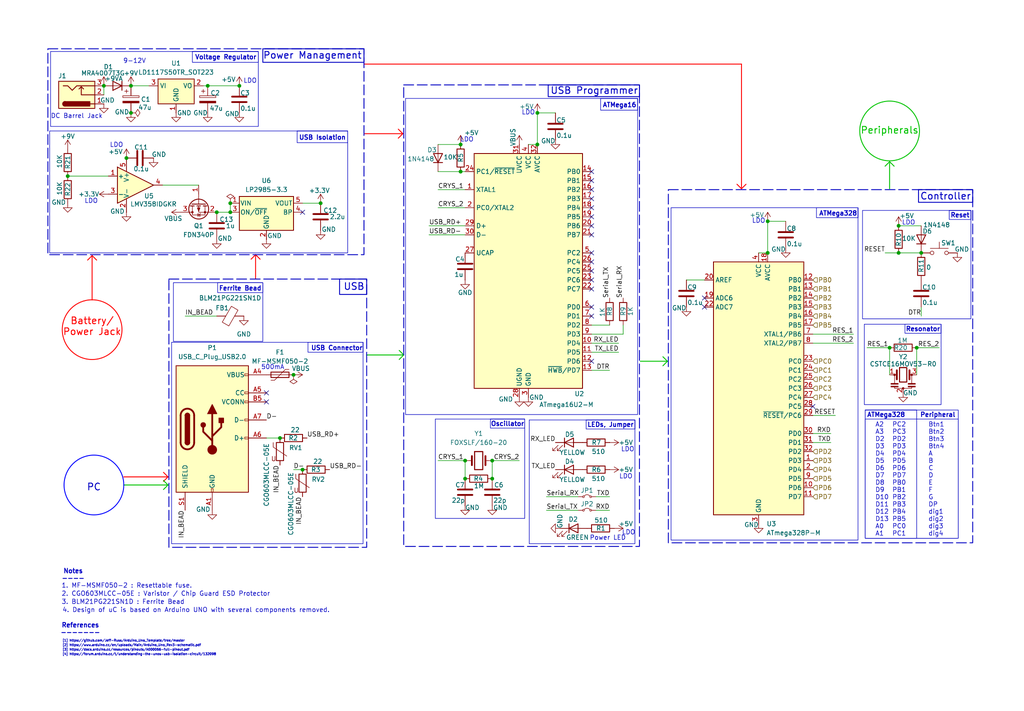
<source format=kicad_sch>
(kicad_sch (version 20231120) (generator "eeschema") (generator_version "8.0")
  (paper "User" 288 200)
  (title_block (title "uC") (date "2024-12-08") (rev "2.0") (company "Bandung Institute of Technology (ITB)") (comment 1 "Bostang Palaguna") (comment 2 "Designed by:"))
  (lib_symbols
    (symbol "Amplifier_Operational:LMV321" (pin_names (offset 0.127))
      (property "Reference" "U" (at 0 5.08 0))
      (property "Value" "LMV321" (at 0 -5.08 0))
      (symbol "LMV321_0_1"
        (pin power_in line (at -2.54 -7.62 90) (length 3.81) (name "V-") (number "2"))
        (pin power_in line (at -2.54 7.62 270) (length 3.81) (name "V+") (number "5"))
      )
      (symbol "LMV321_1_1"
        (pin input line (at -7.62 2.54 0) (length 2.54) (name "+") (number "1"))
        (pin input line (at -7.62 -2.54 0) (length 2.54) (name "-") (number "3"))
        (pin output line (at 7.62 0 180) (length 2.54) (name "~") (number "4"))
      )
    )
    (symbol "Connector:Barrel_Jack_Switch_Pin3Ring" (pin_names hide)
      (property "Reference" "J" (at 0 5.334 0))
      (property "Value" "Barrel_Jack_Switch_Pin3Ring" (at 0 -5.08 0))
      (symbol "Barrel_Jack_Switch_Pin3Ring_1_1"
        (pin passive line (at 7.62 2.54 180) (length 2.54) (name "~") (number "1"))
        (pin passive line (at 7.62 0 180) (length 2.54) (name "~") (number "2"))
        (pin passive line (at 7.62 -2.54 180) (length 2.54) (name "~") (number "3"))
      )
    )
    (symbol "Connector:USB_C_Plug_USB2.0" (pin_names (offset 1.016))
      (property "Reference" "P" (at -10.16 19.05 0))
      (property "Value" "USB_C_Plug_USB2.0" (at 12.7 19.05 0))
      (symbol "USB_C_Plug_USB2.0_1_1"
        (pin passive line (at 0 -22.86 90) (length 5.08) (name "GND") (number "A1"))
        (pin passive line (at 0 -22.86 90) (length 5.08) hide (name "GND") (number "A12"))
        (pin passive line (at 15.24 15.24 180) (length 5.08) (name "VBUS") (number "A4"))
        (pin bidirectional line (at 15.24 10.16 180) (length 5.08) (name "CC") (number "A5"))
        (pin bidirectional line (at 15.24 -2.54 180) (length 5.08) (name "D+") (number "A6"))
        (pin bidirectional line (at 15.24 2.54 180) (length 5.08) (name "D-") (number "A7"))
        (pin passive line (at 15.24 15.24 180) (length 5.08) hide (name "VBUS") (number "A9"))
        (pin passive line (at 0 -22.86 90) (length 5.08) hide (name "GND") (number "B1"))
        (pin passive line (at 0 -22.86 90) (length 5.08) hide (name "GND") (number "B12"))
        (pin passive line (at 15.24 15.24 180) (length 5.08) hide (name "VBUS") (number "B4"))
        (pin bidirectional line (at 15.24 7.62 180) (length 5.08) (name "VCONN") (number "B5"))
        (pin passive line (at 15.24 15.24 180) (length 5.08) hide (name "VBUS") (number "B9"))
        (pin passive line (at -7.62 -22.86 90) (length 5.08) (name "SHIELD") (number "S1"))
      )
    )
    (symbol "Device:C" (pin_numbers hide) (pin_names (offset 0.254))
      (property "Reference" "C" (at 0.635 2.54 0))
      (property "Value" "C" (at 0.635 -2.54 0))
      (symbol "C_1_1"
        (pin passive line (at 0 3.81 270) (length 2.794) (name "~") (number "1"))
        (pin passive line (at 0 -3.81 90) (length 2.794) (name "~") (number "2"))
      )
    )
    (symbol "Device:C_Polarized" (pin_numbers hide) (pin_names (offset 0.254))
      (property "Reference" "C" (at 0.635 2.54 0))
      (property "Value" "C_Polarized" (at 0.635 -2.54 0))
      (symbol "C_Polarized_1_1"
        (pin passive line (at 0 3.81 270) (length 2.794) (name "~") (number "1"))
        (pin passive line (at 0 -3.81 90) (length 2.794) (name "~") (number "2"))
      )
    )
    (symbol "Device:Crystal" (pin_numbers hide) (pin_names (offset 1.016) hide)
      (property "Reference" "Y" (at 0 3.81 0))
      (property "Value" "Crystal" (at 0 -3.81 0))
      (symbol "Crystal_1_1"
        (pin passive line (at -3.81 0 0) (length 1.27) (name "1") (number "1"))
        (pin passive line (at 3.81 0 180) (length 1.27) (name "2") (number "2"))
      )
    )
    (symbol "Device:D" (pin_numbers hide) (pin_names (offset 1.016) hide)
      (property "Reference" "D" (at 0 2.54 0))
      (property "Value" "D" (at 0 -2.54 0))
      (symbol "D_1_1"
        (pin passive line (at -3.81 0 0) (length 2.54) (name "K") (number "1"))
        (pin passive line (at 3.81 0 180) (length 2.54) (name "A") (number "2"))
      )
    )
    (symbol "Device:FerriteBead" (pin_numbers hide) (pin_names (offset 0))
      (property "Reference" "FB" (at -3.81 0.635 90))
      (property "Value" "FerriteBead" (at 3.81 0 90))
      (symbol "FerriteBead_1_1"
        (pin passive line (at 0 3.81 270) (length 2.54) (name "~") (number "1"))
        (pin passive line (at 0 -3.81 90) (length 2.54) (name "~") (number "2"))
      )
    )
    (symbol "Device:LED" (pin_numbers hide) (pin_names (offset 1.016) hide)
      (property "Reference" "D" (at 0 2.54 0))
      (property "Value" "LED" (at 0 -2.54 0))
      (symbol "LED_1_1"
        (pin passive line (at -3.81 0 0) (length 2.54) (name "K") (number "1"))
        (pin passive line (at 3.81 0 180) (length 2.54) (name "A") (number "2"))
      )
    )
    (symbol "Device:Polyfuse" (pin_numbers hide) (pin_names (offset 0))
      (property "Reference" "F" (at -2.54 0 90))
      (property "Value" "Polyfuse" (at 2.54 0 90))
      (symbol "Polyfuse_1_1"
        (pin passive line (at 0 3.81 270) (length 1.27) (name "~") (number "1"))
        (pin passive line (at 0 -3.81 90) (length 1.27) (name "~") (number "2"))
      )
    )
    (symbol "Device:R" (pin_numbers hide) (pin_names (offset 0))
      (property "Reference" "R" (at 2.032 0 90))
      (property "Value" "R" (at 0 0 90))
      (symbol "R_1_1"
        (pin passive line (at 0 3.81 270) (length 1.27) (name "~") (number "1"))
        (pin passive line (at 0 -3.81 90) (length 1.27) (name "~") (number "2"))
      )
    )
    (symbol "Device:Resonator" (pin_names (offset 1.016) hide)
      (property "Reference" "Y" (at 0 5.715 0))
      (property "Value" "Resonator" (at 0 3.81 0))
      (symbol "Resonator_1_1"
        (pin passive line (at -3.81 0 0) (length 1.27) (name "1") (number "1"))
        (pin passive line (at 0 -5.08 90) (length 1.27) (name "2") (number "2"))
        (pin passive line (at 3.81 0 180) (length 1.27) (name "3") (number "3"))
      )
    )
    (symbol "Device:Varistor" (pin_numbers hide) (pin_names (offset 0))
      (property "Reference" "RV" (at 3.175 0 90))
      (property "Value" "Varistor" (at -3.175 0 90))
      (symbol "Varistor_0_0"
        (text "U" (at -1.778 -2.032 0) (effects (font (size 1.27 1.27))))
      )
      (symbol "Varistor_1_1"
        (pin passive line (at 0 3.81 270) (length 1.27) (name "~") (number "1"))
        (pin passive line (at 0 -3.81 90) (length 1.27) (name "~") (number "2"))
      )
    )
    (symbol "Diode:1N4148" (pin_numbers hide) (pin_names hide)
      (property "Reference" "D" (at 0 2.54 0))
      (property "Value" "1N4148" (at 0 -2.54 0))
      (symbol "1N4148_1_1"
        (pin passive line (at -3.81 0 0) (length 2.54) (name "K") (number "1"))
        (pin passive line (at 3.81 0 180) (length 2.54) (name "A") (number "2"))
      )
    )
    (symbol "Jumper:Jumper_2_Small_Bridged" (pin_numbers hide) (pin_names (offset 0) hide) (exclude_from_sim yes)
      (property "Reference" "JP" (at 0 2.032 0))
      (property "Value" "Jumper_2_Small_Bridged" (at 0 -2.286 0))
      (symbol "Jumper_2_Small_Bridged_1_1"
        (pin passive line (at -2.54 0 0) (length 1.27) (name "A") (number "1"))
        (pin passive line (at 2.54 0 180) (length 1.27) (name "B") (number "2"))
      )
    )
    (symbol "MCU_Microchip_ATmega:ATmega16U2-M"
      (property "Reference" "U" (at -15.24 34.29 0))
      (property "Value" "ATmega16U2-M" (at 2.54 -34.29 0))
      (symbol "ATmega16U2-M_1_1"
        (pin input line (at -17.78 22.86 0) (length 2.54) (name "XTAL1") (number "1"))
        (pin bidirectional line (at 17.78 -20.32 180) (length 2.54) (name "PD4") (number "10"))
        (pin bidirectional line (at 17.78 -22.86 180) (length 2.54) (name "PD5") (number "11"))
        (pin bidirectional line (at 17.78 -25.4 180) (length 2.54) (name "PD6") (number "12"))
        (pin bidirectional line (at 17.78 -27.94 180) (length 2.54) (name "~{HWB}/PD7") (number "13"))
        (pin bidirectional line (at 17.78 27.94 180) (length 2.54) (name "PB0") (number "14"))
        (pin bidirectional line (at 17.78 25.4 180) (length 2.54) (name "PB1") (number "15"))
        (pin bidirectional line (at 17.78 22.86 180) (length 2.54) (name "PB2") (number "16"))
        (pin bidirectional line (at 17.78 20.32 180) (length 2.54) (name "PB3") (number "17"))
        (pin bidirectional line (at 17.78 17.78 180) (length 2.54) (name "PB4") (number "18"))
        (pin bidirectional line (at 17.78 15.24 180) (length 2.54) (name "PB5") (number "19"))
        (pin bidirectional line (at -17.78 17.78 0) (length 2.54) (name "PC0/XTAL2") (number "2"))
        (pin bidirectional line (at 17.78 12.7 180) (length 2.54) (name "PB6") (number "20"))
        (pin bidirectional line (at 17.78 10.16 180) (length 2.54) (name "PB7") (number "21"))
        (pin bidirectional line (at 17.78 -5.08 180) (length 2.54) (name "PC7") (number "22"))
        (pin bidirectional line (at 17.78 -2.54 180) (length 2.54) (name "PC6") (number "23"))
        (pin bidirectional line (at -17.78 27.94 0) (length 2.54) (name "PC1/~{RESET}") (number "24"))
        (pin bidirectional line (at 17.78 0 180) (length 2.54) (name "PC5") (number "25"))
        (pin bidirectional line (at 17.78 2.54 180) (length 2.54) (name "PC4") (number "26"))
        (pin passive line (at -17.78 5.08 0) (length 2.54) (name "UCAP") (number "27"))
        (pin power_in line (at -2.54 -35.56 90) (length 2.54) (name "UGND") (number "28"))
        (pin bidirectional line (at -17.78 12.7 0) (length 2.54) (name "D+") (number "29"))
        (pin power_in line (at 0 -35.56 90) (length 2.54) (name "GND") (number "3"))
        (pin bidirectional line (at -17.78 10.16 0) (length 2.54) (name "D-") (number "30"))
        (pin power_in line (at -2.54 35.56 270) (length 2.54) (name "UVCC") (number "31"))
        (pin power_in line (at 2.54 35.56 270) (length 2.54) (name "AVCC") (number "32"))
        (pin passive line (at 0 -35.56 90) (length 2.54) hide (name "GND") (number "33"))
        (pin power_in line (at 0 35.56 270) (length 2.54) (name "VCC") (number "4"))
        (pin bidirectional line (at 17.78 5.08 180) (length 2.54) (name "PC2") (number "5"))
        (pin bidirectional line (at 17.78 -10.16 180) (length 2.54) (name "PD0") (number "6"))
        (pin bidirectional line (at 17.78 -12.7 180) (length 2.54) (name "PD1") (number "7"))
        (pin bidirectional line (at 17.78 -15.24 180) (length 2.54) (name "PD2") (number "8"))
        (pin bidirectional line (at 17.78 -17.78 180) (length 2.54) (name "PD3") (number "9"))
      )
    )
    (symbol "MCU_Microchip_ATmega:ATmega328P-M"
      (property "Reference" "U" (at -12.7 36.83 0))
      (property "Value" "ATmega328P-M" (at 2.54 -36.83 0))
      (symbol "ATmega328P-M_1_1"
        (pin bidirectional line (at 15.24 -20.32 180) (length 2.54) (name "PD3") (number "1"))
        (pin bidirectional line (at 15.24 -27.94 180) (length 2.54) (name "PD6") (number "10"))
        (pin bidirectional line (at 15.24 -30.48 180) (length 2.54) (name "PD7") (number "11"))
        (pin bidirectional line (at 15.24 30.48 180) (length 2.54) (name "PB0") (number "12"))
        (pin bidirectional line (at 15.24 27.94 180) (length 2.54) (name "PB1") (number "13"))
        (pin bidirectional line (at 15.24 25.4 180) (length 2.54) (name "PB2") (number "14"))
        (pin bidirectional line (at 15.24 22.86 180) (length 2.54) (name "PB3") (number "15"))
        (pin bidirectional line (at 15.24 20.32 180) (length 2.54) (name "PB4") (number "16"))
        (pin bidirectional line (at 15.24 17.78 180) (length 2.54) (name "PB5") (number "17"))
        (pin power_in line (at 2.54 38.1 270) (length 2.54) (name "AVCC") (number "18"))
        (pin input line (at -15.24 25.4 0) (length 2.54) (name "ADC6") (number "19"))
        (pin bidirectional line (at 15.24 -22.86 180) (length 2.54) (name "PD4") (number "2"))
        (pin passive line (at -15.24 30.48 0) (length 2.54) (name "AREF") (number "20"))
        (pin passive line (at 0 -38.1 90) (length 2.54) hide (name "GND") (number "21"))
        (pin input line (at -15.24 22.86 0) (length 2.54) (name "ADC7") (number "22"))
        (pin bidirectional line (at 15.24 7.62 180) (length 2.54) (name "PC0") (number "23"))
        (pin bidirectional line (at 15.24 5.08 180) (length 2.54) (name "PC1") (number "24"))
        (pin bidirectional line (at 15.24 2.54 180) (length 2.54) (name "PC2") (number "25"))
        (pin bidirectional line (at 15.24 0 180) (length 2.54) (name "PC3") (number "26"))
        (pin bidirectional line (at 15.24 -2.54 180) (length 2.54) (name "PC4") (number "27"))
        (pin bidirectional line (at 15.24 -5.08 180) (length 2.54) (name "PC5") (number "28"))
        (pin bidirectional line (at 15.24 -7.62 180) (length 2.54) (name "~{RESET}/PC6") (number "29"))
        (pin power_in line (at 0 -38.1 90) (length 2.54) (name "GND") (number "3"))
        (pin bidirectional line (at 15.24 -12.7 180) (length 2.54) (name "PD0") (number "30"))
        (pin bidirectional line (at 15.24 -15.24 180) (length 2.54) (name "PD1") (number "31"))
        (pin bidirectional line (at 15.24 -17.78 180) (length 2.54) (name "PD2") (number "32"))
        (pin passive line (at 0 -38.1 90) (length 2.54) hide (name "GND") (number "33"))
        (pin power_in line (at 0 38.1 270) (length 2.54) (name "VCC") (number "4"))
        (pin passive line (at 0 -38.1 90) (length 2.54) hide (name "GND") (number "5"))
        (pin passive line (at 0 38.1 270) (length 2.54) hide (name "VCC") (number "6"))
        (pin bidirectional line (at 15.24 15.24 180) (length 2.54) (name "XTAL1/PB6") (number "7"))
        (pin bidirectional line (at 15.24 12.7 180) (length 2.54) (name "XTAL2/PB7") (number "8"))
        (pin bidirectional line (at 15.24 -25.4 180) (length 2.54) (name "PD5") (number "9"))
      )
    )
    (symbol "Regulator_Linear:LD1117S50TR_SOT223"
      (property "Reference" "U" (at -3.81 3.175 0))
      (property "Value" "LD1117S50TR_SOT223" (at 0 3.175 0))
      (symbol "LD1117S50TR_SOT223_1_1"
        (pin power_in line (at 0 -7.62 90) (length 2.54) (name "GND") (number "1"))
        (pin power_out line (at 7.62 0 180) (length 2.54) (name "VO") (number "2"))
        (pin power_in line (at -7.62 0 0) (length 2.54) (name "VI") (number "3"))
      )
    )
    (symbol "Regulator_Linear:LP2985-3.3" (pin_names (offset 0.254))
      (property "Reference" "U" (at -6.35 5.715 0))
      (property "Value" "LP2985-3.3" (at 0 5.715 0))
      (symbol "LP2985-3.3_1_1"
        (pin power_in line (at -10.16 2.54 0) (length 2.54) (name "VIN") (number "1"))
        (pin power_in line (at 0 -7.62 90) (length 2.54) (name "GND") (number "2"))
        (pin input line (at -10.16 0 0) (length 2.54) (name "ON/~{OFF}") (number "3"))
        (pin input line (at 10.16 0 180) (length 2.54) (name "BP") (number "4"))
        (pin power_out line (at 10.16 2.54 180) (length 2.54) (name "VOUT") (number "5"))
      )
    )
    (symbol "Switch:SW_Push" (pin_numbers hide) (pin_names (offset 1.016) hide)
      (property "Reference" "SW" (at 1.27 2.54 0))
      (property "Value" "SW_Push" (at 0 -1.524 0))
      (symbol "SW_Push_0_1"
        (pin passive line (at -5.08 0 0) (length 2.54) (name "1") (number "1"))
        (pin passive line (at 5.08 0 180) (length 2.54) (name "2") (number "2"))
      )
    )
    (symbol "Transistor_FET:FDN340P" (pin_names hide)
      (property "Reference" "Q" (at 5.08 1.905 0))
      (property "Value" "FDN340P" (at 5.08 0 0))
      (symbol "FDN340P_1_1"
        (pin input line (at -5.08 0 0) (length 2.54) (name "G") (number "1"))
        (pin passive line (at 2.54 -5.08 90) (length 2.54) (name "S") (number "2"))
        (pin passive line (at 2.54 5.08 270) (length 2.54) (name "D") (number "3"))
      )
    )
    (symbol "power:+3.3V" (power) (pin_numbers hide) (pin_names (offset 0) hide)
      (property "Value" "+3.3V" (at 0 3.556 0))
      (symbol "+3.3V_1_1"
        (pin power_in line (at 0 0 90) (length 0) (name "~") (number "1"))
      )
    )
    (symbol "power:+5V" (power) (pin_numbers hide) (pin_names (offset 0) hide)
      (property "Value" "+5V" (at 0 3.556 0))
      (symbol "+5V_1_1"
        (pin power_in line (at 0 0 90) (length 0) (name "~") (number "1"))
      )
    )
    (symbol "power:+9V" (power) (pin_numbers hide) (pin_names (offset 0) hide)
      (property "Value" "+9V" (at 0 3.556 0))
      (symbol "+9V_1_1"
        (pin power_in line (at 0 0 90) (length 0) (name "~") (number "1"))
      )
    )
    (symbol "power:+9VA" (power) (pin_numbers hide) (pin_names (offset 0) hide)
      (property "Value" "+9VA" (at 0 3.556 0))
      (symbol "+9VA_1_1"
        (pin power_in line (at 0 0 90) (length 0) (name "~") (number "1"))
      )
    )
    (symbol "power:GND" (power) (pin_numbers hide) (pin_names (offset 0) hide)
      (property "Value" "GND" (at 0 -3.81 0))
      (symbol "GND_1_1"
        (pin power_in line (at 0 0 270) (length 0) (name "~") (number "1"))
      )
    )
    (symbol "power:PWR_FLAG" (power) (pin_numbers hide) (pin_names (offset 0) hide)
      (property "Value" "PWR_FLAG" (at 0 3.81 0))
      (symbol "PWR_FLAG_0_0"
        (pin power_out line (at 0 0 90) (length 0) (name "~") (number "1"))
      )
    )
    (symbol "power:VBUS" (power) (pin_numbers hide) (pin_names (offset 0) hide)
      (property "Value" "VBUS" (at 0 3.556 0))
      (symbol "VBUS_1_1"
        (pin power_in line (at 0 0 90) (length 0) (name "~") (number "1"))
      )
    )
  )
  (junction (at 252.73 63.5))
  (junction (at 60.96 59.69))
  (junction (at 215.9 62.23))
  (junction (at 259.08 71.12))
  (junction (at 215.9 71.12))
  (junction (at 19.05 49.53))
  (junction (at 151.13 31.75))
  (junction (at 151.13 40.64))
  (junction (at 138.43 134.62))
  (junction (at 82.55 105.41))
  (junction (at 250.19 97.79))
  (junction (at 58.42 24.13))
  (junction (at 36.83 31.75))
  (junction (at 67.31 24.13))
  (junction (at 257.81 97.79))
  (junction (at 29.21 24.13))
  (junction (at 130.81 129.54))
  (junction (at 129.54 40.64))
  (junction (at 130.81 134.62))
  (junction (at 138.43 129.54))
  (junction (at 252.73 71.12))
  (junction (at 129.54 48.26))
  (junction (at 64.77 57.15))
  (junction (at 90.17 57.15))
  (junction (at 36.83 24.13))
  (junction (at 64.77 59.69))
  (junction (at 35.56 44.45))
  (junction (at 78.74 123.19))
  (junction (at 85.09 132.08))
  (no_connect (at 198.12 83.82))
  (no_connect (at 166.37 66.04))
  (no_connect (at 166.37 53.34))
  (no_connect (at 166.37 73.66))
  (no_connect (at 166.37 60.96))
  (no_connect (at 166.37 63.5))
  (no_connect (at 166.37 55.88))
  (no_connect (at 74.93 113.03))
  (no_connect (at 166.37 50.8))
  (no_connect (at 228.6 114.3))
  (no_connect (at 166.37 78.74))
  (no_connect (at 166.37 101.6))
  (no_connect (at 166.37 71.12))
  (no_connect (at 166.37 48.26))
  (no_connect (at 74.93 110.49))
  (no_connect (at 166.37 81.28))
  (no_connect (at 166.37 88.9))
  (no_connect (at 166.37 58.42))
  (no_connect (at 166.37 86.36))
  (no_connect (at 198.12 86.36))
  (no_connect (at 85.09 59.69))
  (no_connect (at 166.37 76.2))
  (wire (pts (xy 171.45 104.14) (xy 166.37 104.14)))
  (wire (pts (xy 153.67 143.51) (xy 162.56 143.51)))
  (wire (pts (xy 64.77 59.69) (xy 60.96 59.69)))
  (wire (pts (xy 138.43 129.54) (xy 138.43 134.62)))
  (polyline (pts (xy 112.014 36.322) (xy 113.284 37.592)) (stroke (width 0.254) (color 255 0 0 1)))
  (wire (pts (xy 148.59 40.64) (xy 151.13 40.64)))
  (polyline (pts (xy 250.19 53.086) (xy 250.19 45.466)) (stroke (width 0.254) (color 0 194 0 1)))
  (polyline (pts (xy 102.362 18.034) (xy 208.534 18.034)) (stroke (width 0.254) (color 255 0 0 1)))
  (polyline (pts (xy 34.798 136.398) (xy 47.244 136.398)) (stroke (width 0.254) (color 0 194 0 1)))
  (polyline (pts (xy 113.284 37.592) (xy 102.616 37.592)) (stroke (width 0.254) (color 255 0 0 1)))
  (wire (pts (xy 171.45 139.7) (xy 167.64 139.7)))
  (polyline (pts (xy 186.436 102.87) (xy 187.706 101.6)) (stroke (width 0.254) (color 0 194 0 1)))
  (wire (pts (xy 175.26 91.44) (xy 175.26 93.98)))
  (wire (pts (xy 52.07 88.9) (xy 60.96 88.9)))
  (wire (pts (xy 90.17 57.15) (xy 85.09 57.15)))
  (polyline (pts (xy 25.908 84.328) (xy 25.908 71.882)) (stroke (width 0.254) (color 255 0 0 1)))
  (wire (pts (xy 213.36 71.12) (xy 215.9 71.12)))
  (polyline (pts (xy 103.124 99.822) (xy 113.538 99.822)) (stroke (width 0.254) (color 0 194 0 1)))
  (wire (pts (xy 175.26 93.98) (xy 166.37 93.98)))
  (wire (pts (xy 215.9 62.23) (xy 215.9 71.12)))
  (wire (pts (xy 123.19 129.54) (xy 130.81 129.54)))
  (polyline (pts (xy 71.882 71.628) (xy 71.882 78.486)) (stroke (width 0.254) (color 255 0 0 1)))
  (wire (pts (xy 120.65 63.5) (xy 130.81 63.5)))
  (polyline (pts (xy 112.268 98.552) (xy 113.538 99.822)) (stroke (width 0.254) (color 0 194 0 1)))
  (polyline (pts (xy 208.534 53.086) (xy 208.534 18.034)) (stroke (width 0.254) (color 255 0 0 1)))
  (polyline (pts (xy 45.974 137.668) (xy 47.244 136.398)) (stroke (width 0.254) (color 0 194 0 1)))
  (polyline (pts (xy 71.882 71.628) (xy 73.152 72.898)) (stroke (width 0.254) (color 255 0 0 1)))
  (wire (pts (xy 259.08 63.5) (xy 252.73 63.5)))
  (polyline (pts (xy 186.436 100.33) (xy 187.706 101.6)) (stroke (width 0.254) (color 0 194 0 1)))
  (wire (pts (xy 29.21 24.13) (xy 29.21 26.67)))
  (polyline (pts (xy 209.804 51.816) (xy 208.534 53.086)) (stroke (width 0.254) (color 255 0 0 1)))
  (wire (pts (xy 259.08 71.12) (xy 252.73 71.12)))
  (polyline (pts (xy 47.244 134.112) (xy 45.974 135.382)) (stroke (width 0.254) (color 255 0 0 1)))
  (wire (pts (xy 82.55 132.08) (xy 85.09 132.08)))
  (polyline (pts (xy 113.284 37.592) (xy 112.014 38.862)) (stroke (width 0.254) (color 255 0 0 1)))
  (wire (pts (xy 58.42 24.13) (xy 67.31 24.13)))
  (polyline (pts (xy 47.244 134.112) (xy 34.798 134.112)) (stroke (width 0.254) (color 255 0 0 1)))
  (wire (pts (xy 171.45 143.51) (xy 167.64 143.51)))
  (wire (pts (xy 130.81 129.54) (xy 130.81 134.62)))
  (wire (pts (xy 173.99 96.52) (xy 166.37 96.52)))
  (wire (pts (xy 153.67 139.7) (xy 162.56 139.7)))
  (polyline (pts (xy 251.46 46.736) (xy 250.19 45.466)) (stroke (width 0.254) (color 0 194 0 1)))
  (wire (pts (xy 215.9 62.23) (xy 220.98 62.23)))
  (wire (pts (xy 123.19 40.64) (xy 129.54 40.64)))
  (wire (pts (xy 58.42 24.13) (xy 57.15 24.13)))
  (wire (pts (xy 193.04 78.74) (xy 198.12 78.74)))
  (wire (pts (xy 240.03 96.52) (xy 228.6 96.52)))
  (wire (pts (xy 257.81 97.79) (xy 257.81 105.41)))
  (wire (pts (xy 78.74 123.19) (xy 74.93 123.19)))
  (polyline (pts (xy 70.612 72.898) (xy 71.882 71.628)) (stroke (width 0.254) (color 255 0 0 1)))
  (wire (pts (xy 123.19 48.26) (xy 129.54 48.26)))
  (wire (pts (xy 233.68 124.46) (xy 228.6 124.46)))
  (polyline (pts (xy 248.92 46.736) (xy 250.19 45.466)) (stroke (width 0.254) (color 0 194 0 1)))
  (wire (pts (xy 129.54 48.26) (xy 130.81 48.26)))
  (wire (pts (xy 234.95 116.84) (xy 228.6 116.84)))
  (wire (pts (xy 45.72 52.07) (xy 55.88 52.07)))
  (polyline (pts (xy 45.974 132.842) (xy 47.244 134.112)) (stroke (width 0.254) (color 255 0 0 1)))
  (wire (pts (xy 259.08 88.9) (xy 259.08 86.36)))
  (wire (pts (xy 173.99 99.06) (xy 166.37 99.06)))
  (wire (pts (xy 123.19 58.42) (xy 130.81 58.42)))
  (polyline (pts (xy 208.534 53.086) (xy 207.264 51.816)) (stroke (width 0.254) (color 255 0 0 1)))
  (wire (pts (xy 123.19 53.34) (xy 130.81 53.34)))
  (wire (pts (xy 250.19 97.79) (xy 250.19 105.41)))
  (wire (pts (xy 248.92 71.12) (xy 252.73 71.12)))
  (polyline (pts (xy 180.086 101.6) (xy 187.706 101.6)) (stroke (width 0.254) (color 0 194 0 1)))
  (polyline (pts (xy 27.178 73.152) (xy 25.908 71.882)) (stroke (width 0.254) (color 255 0 0 1)))
  (wire (pts (xy 19.05 49.53) (xy 30.48 49.53)))
  (wire (pts (xy 64.77 57.15) (xy 64.77 59.69)))
  (wire (pts (xy 138.43 129.54) (xy 146.05 129.54)))
  (wire (pts (xy 233.68 121.92) (xy 228.6 121.92)))
  (polyline (pts (xy 45.974 135.128) (xy 47.244 136.398)) (stroke (width 0.254) (color 0 194 0 1)))
  (wire (pts (xy 257.81 97.79) (xy 264.16 97.79)))
  (wire (pts (xy 120.65 66.04) (xy 130.81 66.04)))
  (wire (pts (xy 171.45 91.44) (xy 166.37 91.44)))
  (wire (pts (xy 243.84 97.79) (xy 250.19 97.79)))
  (wire (pts (xy 151.13 31.75) (xy 156.21 31.75)))
  (wire (pts (xy 36.83 24.13) (xy 41.91 24.13)))
  (wire (pts (xy 240.03 93.98) (xy 228.6 93.98)))
  (polyline (pts (xy 112.268 101.092) (xy 113.538 99.822)) (stroke (width 0.254) (color 0 194 0 1)))
  (polyline (pts (xy 24.638 73.152) (xy 25.908 71.882)) (stroke (width 0.254) (color 255 0 0 1)))
  (wire (pts (xy 151.13 31.75) (xy 151.13 40.64)))
  (rectangle (start 243.332 117.856) (end 269.494 151.384))
  (rectangle (start 254.508 91.186) (end 264.668 93.726))
  (rectangle (start 258.318 53.34) (end 273.558 56.896) (stroke (width 0.254)))
  (rectangle (start 54.102 14.478) (end 72.644 17.526))
  (rectangle (start 13.462 13.716) (end 102.362 71.628) (stroke (width 0.254) (type dash)))
  (rectangle (start 95.504 78.486) (end 103.124 82.804) (stroke (width 0.254)))
  (rectangle (start 154.178 23.876) (end 179.832 27.178) (stroke (width 0.254)))
  (rectangle (start 48.26 96.266) (end 102.108 152.908))
  (rectangle (start 14.224 14.478) (end 72.644 35.56))
  (rectangle (start 266.954 59.182) (end 273.05 61.722))
  (rectangle (start 243.078 91.186) (end 264.668 113.792))
  (rectangle (start 83.566 36.83) (end 97.79 40.132))
  (circle (center 26.416 136.398) (radius 8.3974) (stroke (width 0.254) (color 0 0 255 1)))
  (rectangle (start 47.498 78.486) (end 103.124 153.924) (stroke (width 0.254) (type dash)))
  (rectangle (start 86.614 96.266) (end 102.108 99.06))
  (rectangle (start 243.332 115.316) (end 257.81 151.384))
  (circle (center 250.19 36.83) (radius 8.3974) (stroke (width 0.254) (color 0 194 0 1)))
  (rectangle (start 137.922 117.856) (end 147.574 120.396))
  (rectangle (start 148.844 118.11) (end 178.562 152.908))
  (rectangle (start 187.96 53.34) (end 273.558 152.654) (stroke (width 0.254) (type dash)))
  (rectangle (start 114.046 27.686) (end 179.324 116.586))
  (rectangle (start 13.97 36.83) (end 97.79 71.12))
  (rectangle (start 168.91 27.686) (end 179.324 30.988))
  (rectangle (start 188.722 58.42) (end 241.3 151.892))
  (rectangle (start 229.616 58.42) (end 241.3 61.214))
  (rectangle (start 73.914 13.716) (end 102.362 17.526) (stroke (width 0.254)))
  (circle (center 25.908 92.71) (radius 8.3974) (stroke (width 0.254) (color 255 0 0 1)))
  (rectangle (start 164.846 118.11) (end 178.562 120.65))
  (rectangle (start 122.428 117.856) (end 147.574 145.796))
  (rectangle (start 113.538 23.876) (end 179.832 153.67) (stroke (width 0.254) (type dash)))
  (rectangle (start 48.768 79.502) (end 73.914 96.012))
  (rectangle (start 61.214 79.502) (end 73.914 82.296))
  (rectangle (start 242.57 59.182) (end 273.05 89.662))
  (rectangle (start 243.332 115.316) (end 269.494 151.384))
  (text "LDO" (at 176.53 126.492 0) (effects (font (size 1.27 1.27))))
  (text "Power Management" (at 87.884 15.748 0) (effects (font (size 1.905 1.905) (thickness 0.254) (bold yes))))
  (text "LDO" (at 213.36 62.23 0) (effects (font (size 1.27 1.27))))
  (text "References\n-------" (at 22.606 177.038 0) (effects (font (size 1.27 1.27) (thickness 0.254) (bold yes))))
  (text "Resonator" (at 259.588 92.71 0) (effects (font (size 1.27 1.27) (thickness 0.254) (bold yes))))
  (text "PC" (at 26.416 137.16 0) (effects (font (size 1.905 1.905) (thickness 0.254) (bold yes))))
  (text "Oscillator" (at 142.748 119.38 0) (effects (font (size 1.27 1.27) (thickness 0.254) (bold yes))))
  (text "LDO" (at 255.524 62.738 0) (effects (font (size 1.27 1.27))))
  (text "[2] https://www.arduino.cc/en/uploads/Main/Arduino_Uno_Rev3-schematic.pdf" (at 17.526 181.61 0) (effects (font (size 0.635 0.635)) (justify left)))
  (text "1. MF-MSMF050-2 : Resettable fuse." (at 17.272 164.846 0) (effects (font (size 1.27 1.27)) (justify left)))
  (text "ATMega328	Peripheral" (at 256.286 116.84 0) (effects (font (size 1.27 1.27) (thickness 0.254) (bold yes))))
  (text "[4] https://forum.arduino.cc/t/understanding-the-unos-usb-isolation-circuit/132098" (at 17.526 184.15 0) (effects (font (size 0.635 0.635)) (justify left)))
  (text "ATMega16" (at 174.244 29.718 0) (effects (font (size 1.27 1.27) (thickness 0.254) (bold yes))))
  (text "ATMega328" (at 235.712 60.198 0) (effects (font (size 1.27 1.27) (thickness 0.254) (bold yes))))
  (text "Controller" (at 265.938 55.372 0) (effects (font (size 1.905 1.905) (thickness 0.254) (bold yes))))
  (text "LDO" (at 176.022 134.112 0) (effects (font (size 1.27 1.27))))
  (text "DC Barrel Jack" (at 21.59 32.766 0) (effects (font (size 1.27 1.27))))
  (text "Notes\n----" (at 20.574 161.798 0) (effects (font (size 1.27 1.27) (thickness 0.254) (bold yes))))
  (text "4. Design of uC is based on Arduino UNO with several components removed." (at 17.526 171.704 0) (effects (font (size 1.27 1.27)) (justify left)))
  (text "LDO" (at 25.654 56.642 0) (effects (font (size 1.27 1.27))))
  (text "[3] https://docs.arduino.cc/resources/pinouts/A000066-full-pinout.pdf" (at 17.526 182.88 0) (effects (font (size 0.635 0.635)) (justify left)))
  (text "3. BLM21PG221SN1D : Ferrite Bead" (at 17.272 169.418 0) (effects (font (size 1.27 1.27)) (justify left)))
  (text "[1] https://github.com/Jeff-Russ/Arduino_Uno_Template/tree/master" (at 17.526 180.34 0) (effects (font (size 0.635 0.635)) (justify left)))
  (text "500mA" (at 76.708 103.378 0) (effects (font (size 1.27 1.27))))
  (text "USB" (at 99.568 80.772 0) (effects (font (size 1.905 1.905) (thickness 0.254) (bold yes))))
  (text "USB Connector" (at 94.742 98.044 0) (effects (font (size 1.27 1.27) (thickness 0.254) (bold yes))))
  (text "LDO" (at 70.358 22.86 0) (effects (font (size 1.27 1.27))))
  (text "LDO" (at 131.318 39.37 0) (effects (font (size 1.27 1.27))))
  (text "USB Programmer" (at 167.132 25.654 0) (effects (font (size 1.905 1.905) (thickness 0.254) (bold yes))))
  (text "A2	PC2		Btn1	\nA3	PC3		Btn2\nD2	PD2		Btn3\nD3	PD3		Btn4\nD4	PD4		A\nD5	PD5		B\nD6	PD6		C\nD7	PD7		D\nD8	PB0		E\nD9	PB1		F\nD10	PB2		G\nD11	PB3		DP\nD12	PB4		dig1\nD13	PB5		dig2\nA0	PC0		dig3\nA1	PC1		dig4\n" (at 246.126 134.874 0) (effects (font (size 1.27 1.27)) (justify left)))
  (text "2. CGO603MLCC-05E : Varistor / Chip Guard ESD Protector" (at 17.272 167.132 0) (effects (font (size 1.27 1.27)) (justify left)))
  (text "LDO" (at 148.59 31.75 0) (effects (font (size 1.27 1.27))))
  (text "Battery/\nPower Jack" (at 25.908 91.948 0) (effects (font (size 1.905 1.905) (thickness 0.254) (bold yes))))
  (text "LEDs, Jumper" (at 171.704 119.634 0) (effects (font (size 1.27 1.27) (thickness 0.254) (bold yes))))
  (text "Ferrite Bead" (at 67.564 81.28 0) (effects (font (size 1.27 1.27) (thickness 0.254) (bold yes))))
  (text "USB Isolation" (at 90.678 38.862 0) (effects (font (size 1.27 1.27) (thickness 0.254) (bold yes))))
  (text "LDO" (at 32.766 40.894 0) (effects (font (size 1.27 1.27))))
  (text "Voltage Regulator" (at 63.5 16.256 0) (effects (font (size 1.27 1.27) (thickness 0.254) (bold yes))))
  (text "Power LED" (at 170.942 151.384 0) (effects (font (size 1.27 1.27) (thickness 0.1588))))
  (text "Peripherals" (at 250.19 36.83 0) (effects (font (size 1.905 1.905) (thickness 0.254) (bold yes))))
  (text "LDO" (at 176.784 149.86 0) (effects (font (size 1.27 1.27))))
  (text "Reset" (at 270.002 60.706 0) (effects (font (size 1.27 1.27) (thickness 0.254) (bold yes))))
  (text "9-12V" (at 37.846 17.272 0) (effects (font (size 1.27 1.27))))
  (label "TX_LED" (at 173.99 99.06 180))
  (label "RX_LED" (at 173.99 96.52 180))
  (label "RES_1" (at 240.03 93.98 180))
  (label "IN_BEAD" (at 52.07 88.9 0))
  (label "RX_LED" (at 156.21 124.46 180))
  (label "CRYS_2" (at 123.19 58.42 0))
  (label "IN_BEAD" (at 52.07 143.51 270))
  (label "D-" (at 74.93 118.11 0))
  (label "TXD" (at 233.68 124.46 180))
  (label "RES_1" (at 243.84 97.79 0))
  (label "CRYS_1" (at 123.19 129.54 0))
  (label "Serial_RX" (at 175.26 83.82 90))
  (label "RES_2" (at 240.03 96.52 180))
  (label "RESET" (at 234.95 116.84 180))
  (label "DTR" (at 171.45 104.14 180))
  (label "RESET" (at 248.92 71.12 180))
  (label "D-" (at 82.55 132.08 0))
  (label "CRYS_1" (at 123.19 53.34 0))
  (label "USB_RD+" (at 120.65 63.5 0))
  (label "RXD" (at 233.68 121.92 180))
  (label "Serial_TX" (at 153.67 143.51 0))
  (label "Serial_TX" (at 171.45 83.82 90))
  (label "USB_RD-" (at 120.65 66.04 0))
  (label "IN_BEAD" (at 78.74 130.81 270))
  (label "USB_RD+" (at 86.36 123.19 0))
  (label "RES_2" (at 264.16 97.79 180))
  (label "CRYS_2" (at 146.05 129.54 180))
  (label "RXD" (at 171.45 143.51 180))
  (label "USB_RD-" (at 92.71 132.08 0))
  (label "TX_LED" (at 156.21 132.08 180))
  (label "DTR" (at 259.08 88.9 180))
  (label "Serial_RX" (at 153.67 139.7 0))
  (label "IN_BEAD" (at 85.09 139.7 270))
  (label "TXD" (at 171.45 139.7 180))
  (hierarchical_label "PD2" (shape input) (at 228.6 127 0))
  (hierarchical_label "PC4" (shape input) (at 228.6 111.76 0))
  (hierarchical_label "PB5" (shape input) (at 228.6 91.44 0))
  (hierarchical_label "PD3" (shape input) (at 228.6 129.54 0))
  (hierarchical_label "PC2" (shape input) (at 228.6 106.68 0))
  (hierarchical_label "PB2" (shape input) (at 228.6 83.82 0))
  (hierarchical_label "PC1" (shape input) (at 228.6 104.14 0))
  (hierarchical_label "PC0" (shape input) (at 228.6 101.6 0))
  (hierarchical_label "PB0" (shape input) (at 228.6 78.74 0))
  (hierarchical_label "PD6" (shape input) (at 228.6 137.16 0))
  (hierarchical_label "PC3" (shape input) (at 228.6 109.22 0))
  (hierarchical_label "PB3" (shape input) (at 228.6 86.36 0))
  (hierarchical_label "PD4" (shape input) (at 228.6 132.08 0))
  (hierarchical_label "PD5" (shape input) (at 228.6 134.62 0))
  (hierarchical_label "PB4" (shape input) (at 228.6 88.9 0))
  (hierarchical_label "PD7" (shape input) (at 228.6 139.7 0))
  (hierarchical_label "PB1" (shape input) (at 228.6 81.28 0))
  (symbol (lib_id "power:+9VA") (at 29.21 24.13 0) (unit 1)
    (property "Reference" "#PWR056" (effects (hide yes)))
    (property "Value" "+9VA" (at 32.004 22.098 0))
    (property "Description" "Power symbol creates a global label with name \"+9VA\"" (effects (hide yes)))
  )
  (symbol (lib_id "Device:R") (at 88.9 132.08 90) (unit 1)
    (property "Reference" "R3" (at 90.17 132.08 90) (effects (justify left)))
    (property "Value" "22" (at 90.678 129.794 90) (effects (justify left)))
    (property "Footprint" "Resistor_SMD:R_0603_1608Metric" (effects (hide yes)))
    (property "Description" "Resistor" (effects (hide yes)))
  )
  (symbol (lib_id "power:GND") (at 130.81 142.24 0) (unit 1)
    (property "Reference" "#PWR016" (effects (hide yes)))
    (property "Value" "GND" (at 132.842 142.748 0))
    (property "Description" "Power symbol creates a global label with name \"GND\" , ground" (effects (hide yes)))
  )
  (symbol (lib_id "Connector:USB_C_Plug_USB2.0") (at 59.69 120.65 0) (unit 1)
    (property "Reference" "P1" (at 59.69 97.79 0))
    (property "Value" "USB_C_Plug_USB2.0" (at 59.69 100.33 0))
    (property "Footprint" "Connector_USB:USB_C_Receptacle_GCT_USB4105-xx-A_16P_TopMnt_Horizontal" (effects (hide yes)))
    (property "Datasheet" "https://www.usb.org/sites/default/files/documents/usb_type-c.zip" (effects (hide yes)))
    (property "Description" "USB 2.0-only Type-C Plug connector" (effects (hide yes)))
  )
  (symbol (lib_id "Switch:SW_Push") (at 264.16 71.12 0) (unit 1)
    (property "Reference" "SW1" (at 266.7 68.326 0))
    (property "Value" "SW_Push" (effects (hide yes)))
    (property "Footprint" "Button_Switch_SMD:SW_SPST_B3U-1000P" (effects (hide yes)))
    (property "Description" "Push button switch, generic, two pins" (effects (hide yes)))
  )
  (symbol (lib_id "MCU_Microchip_ATmega:ATmega328P-M") (at 213.36 109.22 0) (unit 1)
    (property "Reference" "U3" (at 215.5541 147.32 0) (effects (justify left)))
    (property "Value" "ATmega328P-M" (at 215.5541 149.86 0) (effects (justify left)))
    (property "Footprint" "Package_DFN_QFN:QFN-32-1EP_5x5mm_P0.5mm_EP3.3x3.3mm" (effects (hide yes)))
    (property "Datasheet" "http://ww1.microchip.com/downloads/en/DeviceDoc/ATmega328_P%20AVR%20MCU%20with%20picoPower%20Technology%20Data%20Sheet%2040001984A.pdf" (effects (hide yes)))
    (property "Description" "20MHz, 32kB Flash, 2kB SRAM, 1kB EEPROM, QFN-32" (effects (hide yes)))
  )
  (symbol (lib_id "power:GND") (at 156.21 39.37 0) (unit 1)
    (property "Reference" "#PWR015" (effects (hide yes)))
    (property "Value" "GND" (at 154.178 39.624 0))
    (property "Description" "Power symbol creates a global label with name \"GND\" , ground" (effects (hide yes)))
  )
  (symbol (lib_id "power:GND") (at 29.21 29.21 0) (unit 1)
    (property "Reference" "#PWR028" (effects (hide yes)))
    (property "Value" "GND" (at 30.226 28.194 0))
    (property "Description" "Power symbol creates a global label with name \"GND\" , ground" (effects (hide yes)))
  )
  (symbol (lib_id "Device:R") (at 252.73 67.31 0) (mirror y) (unit 1)
    (property "Reference" "R10" (at 252.73 69.342 90) (effects (justify left)))
    (property "Value" "10K" (at 257.556 67.056 0) (effects (justify left)))
    (property "Footprint" "Resistor_SMD:R_0805_2012Metric" (effects (hide yes)))
    (property "Description" "Resistor" (effects (hide yes)))
  )
  (symbol (lib_id "power:+9V") (at 36.83 24.13 0) (unit 1)
    (property "Reference" "#PWR029" (effects (hide yes)))
    (property "Value" "+9V" (at 36.83 20.574 0))
    (property "Description" "Power symbol creates a global label with name \"+9V\"" (effects (hide yes)))
  )
  (symbol (lib_id "Regulator_Linear:LD1117S50TR_SOT223") (at 49.53 24.13 0) (unit 1)
    (property "Reference" "U1" (at 49.53 17.78 0))
    (property "Value" "LD1117S50TR_SOT223" (at 49.53 20.32 0))
    (property "Footprint" "Package_TO_SOT_SMD:SOT-223-3_TabPin2" (effects (hide yes)))
    (property "Datasheet" "http://www.st.com/st-web-ui/static/active/en/resource/technical/document/datasheet/CD00000544.pdf" (effects (hide yes)))
    (property "Description" "800mA Fixed Low Drop Positive Voltage Regulator, Fixed Output 5.0V, SOT-223" (effects (hide yes)))
  )
  (symbol (lib_id "Device:C") (at 67.31 27.94 0) (unit 1)
    (property "Reference" "C3" (at 67.564 26.162 0) (effects (justify left)))
    (property "Value" "0.1u" (at 67.564 30.48 0) (effects (justify left)))
    (property "Footprint" "Capacitor_SMD:C_1206_3216Metric" (effects (hide yes)))
    (property "Description" "Unpolarized capacitor" (effects (hide yes)))
  )
  (symbol (lib_id "power:GND") (at 254 110.49 0) (unit 1)
    (property "Reference" "#PWR040" (effects (hide yes)))
    (property "Value" "GND" (at 256.032 110.49 0))
    (property "Description" "Power symbol creates a global label with name \"GND\" , ground" (effects (hide yes)))
  )
  (symbol (lib_id "Device:R") (at 19.05 45.72 180) (unit 1)
    (property "Reference" "R21" (at 19.05 43.688 90) (effects (justify left)))
    (property "Value" "10K" (at 16.764 43.434 90) (effects (justify left)))
    (property "Footprint" "Resistor_SMD:R_0201_0603Metric" (effects (hide yes)))
    (property "Description" "Resistor" (effects (hide yes)))
  )
  (symbol (lib_id "Device:C") (at 60.96 63.5 0) (unit 1)
    (property "Reference" "C13" (at 61.722 61.722 0) (effects (justify left)))
    (property "Value" "1u" (at 63.5 63.5 0) (effects (justify left)))
    (property "Footprint" "Capacitor_SMD:C_0402_1005Metric" (effects (hide yes)))
    (property "Description" "Unpolarized capacitor" (effects (hide yes)))
  )
  (symbol (lib_id "Device:LED") (at 160.02 124.46 0) (unit 1)
    (property "Reference" "D5" (at 161.544 122.174 0) (effects (justify right)))
    (property "Value" "YELLOW" (at 164.592 127.254 0) (effects (justify right)))
    (property "Footprint" "LED_SMD:LED_0805_2012Metric" (effects (hide yes)))
    (property "Description" "Light emitting diode" (effects (hide yes)))
  )
  (symbol (lib_id "Diode:1N4148") (at 259.08 67.31 270) (mirror x) (unit 1)
    (property "Reference" "D6" (at 262.128 65.024 90) (effects (justify right)))
    (property "Value" "1N4148" (at 267.208 63.246 90) (effects (justify right)))
    (property "Footprint" "Diode_SMD:D_SOD-323F" (effects (hide yes)))
    (property "Datasheet" "https://assets.nexperia.com/documents/data-sheet/1N4148_1N4448.pdf" (effects (hide yes)))
    (property "Description" "100V 0.15A standard switching diode, DO-35" (effects (hide yes)))
    (property "Sim.Device" "D" (effects (hide yes)))
    (property "Sim.Pins" "1=K 2=A" (effects (hide yes)))
  )
  (symbol (lib_id "Device:R") (at 167.64 132.08 270) (unit 1)
    (property "Reference" "R6" (at 166.37 132.08 90) (effects (justify left)))
    (property "Value" "510" (at 166.37 134.62 90) (effects (justify left)))
    (property "Footprint" "Resistor_SMD:R_0805_2012Metric" (effects (hide yes)))
    (property "Description" "Resistor" (effects (hide yes)))
  )
  (symbol (lib_id "power:+5V") (at 35.56 44.45 0) (unit 1)
    (property "Reference" "#PWR044" (effects (hide yes)))
    (property "Value" "+5V" (at 32.512 42.672 0))
    (property "Description" "Power symbol creates a global label with name \"+5V\"" (effects (hide yes)))
  )
  (symbol (lib_id "Device:R") (at 259.08 74.93 0) (mirror y) (unit 1)
    (property "Reference" "R11" (at 259.08 76.708 90) (effects (justify left)))
    (property "Value" "0" (at 261.874 75.184 0) (effects (justify left)))
    (property "Footprint" "Resistor_SMD:R_0805_2012Metric" (effects (hide yes)))
    (property "Description" "Resistor" (effects (hide yes)))
  )
  (symbol (lib_id "Device:C") (at 220.98 66.04 0) (unit 1)
    (property "Reference" "C8" (at 221.234 64.262 0) (effects (justify left)))
    (property "Value" "0.1u" (at 221.234 68.58 0) (effects (justify left)))
    (property "Footprint" "Capacitor_SMD:C_0201_0603Metric" (effects (hide yes)))
    (property "Description" "Unpolarized capacitor" (effects (hide yes)))
  )
  (symbol (lib_id "power:GND") (at 60.96 67.31 0) (unit 1)
    (property "Reference" "#PWR051" (effects (hide yes)))
    (property "Value" "GND" (at 63.246 67.056 0))
    (property "Description" "Power symbol creates a global label with name \"GND\" , ground" (effects (hide yes)))
  )
  (symbol (lib_id "Device:LED") (at 160.02 132.08 0) (unit 1)
    (property "Reference" "D4" (at 161.544 129.794 0) (effects (justify right)))
    (property "Value" "YELLOW" (at 164.592 134.874 0) (effects (justify right)))
    (property "Footprint" "LED_SMD:LED_0805_2012Metric" (effects (hide yes)))
    (property "Description" "Light emitting diode" (effects (hide yes)))
  )
  (symbol (lib_id "power:GND") (at 146.05 111.76 0) (unit 1)
    (property "Reference" "#PWR010" (effects (hide yes)))
    (property "Value" "GND" (at 142.24 112.268 0))
    (property "Description" "Power symbol creates a global label with name \"GND\" , ground" (effects (hide yes)))
  )
  (symbol (lib_id "Device:C") (at 130.81 74.93 0) (unit 1)
    (property "Reference" "C4" (at 128.016 72.898 0) (effects (justify left)))
    (property "Value" "1u" (at 127.762 77.216 0) (effects (justify left)))
    (property "Footprint" "Capacitor_SMD:C_0201_0603Metric" (effects (hide yes)))
    (property "Description" "Unpolarized capacitor" (effects (hide yes)))
  )
  (symbol (lib_id "Device:Varistor") (at 85.09 135.89 0) (unit 1)
    (property "Reference" "RV2" (at 87.63 134.8132 0) (effects (justify left)))
    (property "Value" "CGO603MLCC-05E" (at 81.788 150.622 90) (effects (justify left)))
    (property "Footprint" "Resistor_SMD:R_0603_1608Metric" (effects (hide yes)))
    (property "Description" "Voltage dependent resistor" (effects (hide yes)))
    (property "Sim.Name" "kicad_builtin_varistor" (effects (hide yes)))
    (property "Sim.Device" "SUBCKT" (effects (hide yes)))
    (property "Sim.Pins" "1=A 2=B" (effects (hide yes)))
    (property "Sim.Params" "threshold=1k" (effects (hide yes)))
    (property "Sim.Library" "${KICAD7_SYMBOL_DIR}/Simulation_SPICE.sp" (effects (hide yes)))
  )
  (symbol (lib_id "Device:C") (at 130.81 138.43 0) (unit 1)
    (property "Reference" "C7" (at 128.016 136.398 0) (effects (justify left)))
    (property "Value" "22p" (at 127 140.716 0) (effects (justify left)))
    (property "Footprint" "Capacitor_SMD:C_0201_0603Metric" (effects (hide yes)))
    (property "Description" "Unpolarized capacitor" (effects (hide yes)))
  )
  (symbol (lib_id "power:GND") (at 19.05 57.15 0) (unit 1)
    (property "Reference" "#PWR042" (effects (hide yes)))
    (property "Value" "GND" (at 16.51 56.896 0))
    (property "Description" "Power symbol creates a global label with name \"GND\" , ground" (effects (hide yes)))
  )
  (symbol (lib_id "power:GND") (at 36.83 31.75 0) (unit 1)
    (property "Reference" "#PWR01" (effects (hide yes)))
    (property "Value" "GND" (at 34.29 31.496 0))
    (property "Description" "Power symbol creates a global label with name \"GND\" , ground" (effects (hide yes)))
  )
  (symbol (lib_id "power:VBUS") (at 82.55 105.41 270) (unit 1)
    (property "Reference" "#PWR08" (effects (hide yes)))
    (property "Value" "VBUS" (at 82.042 103.632 90) (effects (justify left)))
    (property "Description" "Power symbol creates a global label with name \"VBUS\"" (effects (hide yes)))
  )
  (symbol (lib_id "power:VBUS") (at 50.8 59.69 90) (unit 1)
    (property "Reference" "#PWR047" (effects (hide yes)))
    (property "Value" "VBUS" (at 51.308 61.468 90) (effects (justify left)))
    (property "Description" "Power symbol creates a global label with name \"VBUS\"" (effects (hide yes)))
  )
  (symbol (lib_id "power:+5V") (at 171.45 124.46 270) (unit 1)
    (property "Reference" "#PWR020" (effects (hide yes)))
    (property "Value" "+5V" (at 176.022 124.46 90))
    (property "Description" "Power symbol creates a global label with name \"+5V\"" (effects (hide yes)))
  )
  (symbol (lib_id "Device:C") (at 259.08 82.55 0) (unit 1)
    (property "Reference" "C10" (at 259.334 80.772 0) (effects (justify left)))
    (property "Value" "0.1u" (at 259.334 85.09 0) (effects (justify left)))
    (property "Footprint" "Capacitor_SMD:C_0805_2012Metric" (effects (hide yes)))
    (property "Description" "Unpolarized capacitor" (effects (hide yes)))
  )
  (symbol (lib_id "Device:Varistor") (at 78.74 127 0) (unit 1)
    (property "Reference" "RV1" (at 81.28 125.9232 0) (effects (justify left)))
    (property "Value" "CGO603MLCC-05E" (at 74.93 142.494 90) (effects (justify left)))
    (property "Footprint" "Resistor_SMD:R_0603_1608Metric" (effects (hide yes)))
    (property "Description" "Voltage dependent resistor" (effects (hide yes)))
    (property "Sim.Name" "kicad_builtin_varistor" (effects (hide yes)))
    (property "Sim.Device" "SUBCKT" (effects (hide yes)))
    (property "Sim.Pins" "1=A 2=B" (effects (hide yes)))
    (property "Sim.Params" "threshold=1k" (effects (hide yes)))
    (property "Sim.Library" "${KICAD7_SYMBOL_DIR}/Simulation_SPICE.sp" (effects (hide yes)))
  )
  (symbol (lib_id "Device:R") (at 168.91 148.59 270) (unit 1)
    (property "Reference" "R1" (at 167.64 148.59 90) (effects (justify left)))
    (property "Value" "510" (at 167.132 146.304 90) (effects (justify left)))
    (property "Footprint" "Resistor_SMD:R_0805_2012Metric" (effects (hide yes)))
    (property "Description" "Resistor" (effects (hide yes)))
  )
  (symbol (lib_id "power:GND") (at 58.42 31.75 0) (unit 1)
    (property "Reference" "#PWR03" (effects (hide yes)))
    (property "Value" "GND" (at 56.388 31.75 0))
    (property "Description" "Power symbol creates a global label with name \"GND\" , ground" (effects (hide yes)))
  )
  (symbol (lib_id "power:+5V") (at 172.72 148.59 270) (unit 1)
    (property "Reference" "#PWR06" (effects (hide yes)))
    (property "Value" "+5V" (at 176.022 147.32 90))
    (property "Description" "Power symbol creates a global label with name \"+5V\"" (effects (hide yes)))
  )
  (symbol (lib_id "power:GND") (at 220.98 69.85 0) (unit 1)
    (property "Reference" "#PWR022" (effects (hide yes)))
    (property "Value" "GND" (at 218.948 70.104 0))
    (property "Description" "Power symbol creates a global label with name \"GND\" , ground" (effects (hide yes)))
  )
  (symbol (lib_id "Device:C") (at 138.43 138.43 0) (unit 1)
    (property "Reference" "C6" (at 138.938 136.398 0) (effects (justify left)))
    (property "Value" "22p" (at 138.684 140.716 0) (effects (justify left)))
    (property "Footprint" "Capacitor_SMD:C_0201_0603Metric" (effects (hide yes)))
    (property "Description" "Unpolarized capacitor" (effects (hide yes)))
  )
  (symbol (lib_id "Device:R") (at 82.55 123.19 90) (unit 1)
    (property "Reference" "R2" (at 83.82 123.19 90) (effects (justify left)))
    (property "Value" "22" (at 84.328 120.904 90) (effects (justify left)))
    (property "Footprint" "Resistor_SMD:R_0603_1608Metric" (effects (hide yes)))
    (property "Description" "Resistor" (effects (hide yes)))
  )
  (symbol (lib_id "power:+9V") (at 19.05 41.91 0) (unit 1)
    (property "Reference" "#PWR043" (effects (hide yes)))
    (property "Value" "+9V" (at 19.05 38.354 0))
    (property "Description" "Power symbol creates a global label with name \"+9V\"" (effects (hide yes)))
  )
  (symbol (lib_id "power:GND") (at 269.24 71.12 0) (unit 1)
    (property "Reference" "#PWR026" (effects (hide yes)))
    (property "Value" "GND" (at 270.51 70.104 0))
    (property "Description" "Power symbol creates a global label with name \"GND\" , ground" (effects (hide yes)))
  )
  (symbol (lib_id "power:GND") (at 35.56 59.69 0) (unit 1)
    (property "Reference" "#PWR046" (effects (hide yes)))
    (property "Value" "GND" (at 33.02 59.436 0))
    (property "Description" "Power symbol creates a global label with name \"GND\" , ground" (effects (hide yes)))
  )
  (symbol (lib_id "power:GND") (at 130.81 78.74 0) (unit 1)
    (property "Reference" "#PWR012" (effects (hide yes)))
    (property "Value" "GND" (at 130.81 82.296 0))
    (property "Description" "Power symbol creates a global label with name \"GND\" , ground" (effects (hide yes)))
  )
  (symbol (lib_id "Device:C") (at 39.37 44.45 90) (unit 1)
    (property "Reference" "C11" (at 41.656 41.402 90) (effects (justify left)))
    (property "Value" "0.1u" (at 41.91 47.498 90) (effects (justify left)))
    (property "Footprint" "Capacitor_SMD:C_0201_0603Metric" (effects (hide yes)))
    (property "Description" "Unpolarized capacitor" (effects (hide yes)))
  )
  (symbol (lib_id "power:PWR_FLAG") (at 64.77 57.15 0) (unit 1)
    (property "Reference" "#FLG04" (effects (hide yes)))
    (property "Value" "PWR_FLAG" (effects (hide yes)))
    (property "Description" "Special symbol for telling ERC where power comes from" (effects (hide yes)))
  )
  (symbol (lib_id "power:+3.3V") (at 30.48 54.61 90) (unit 1)
    (property "Reference" "#PWR041" (effects (hide yes)))
    (property "Value" "+3.3V" (at 27.94 54.61 90) (effects (justify left)))
    (property "Description" "Power symbol creates a global label with name \"+3.3V\"" (effects (hide yes)))
  )
  (symbol (lib_id "Device:R") (at 167.64 124.46 270) (unit 1)
    (property "Reference" "R7" (at 166.37 124.46 90) (effects (justify left)))
    (property "Value" "510" (at 166.37 127 90) (effects (justify left)))
    (property "Footprint" "Resistor_SMD:R_0805_2012Metric" (effects (hide yes)))
    (property "Description" "Resistor" (effects (hide yes)))
  )
  (symbol (lib_id "Device:R") (at 134.62 134.62 90) (unit 1)
    (property "Reference" "R4" (at 135.89 134.62 90) (effects (justify left)))
    (property "Value" "1M" (at 136.144 136.652 90) (effects (justify left)))
    (property "Footprint" "Resistor_SMD:R_0805_2012Metric" (effects (hide yes)))
    (property "Description" "Resistor" (effects (hide yes)))
  )
  (symbol (lib_id "power:GND") (at 213.36 147.32 0) (unit 1)
    (property "Reference" "#PWR023" (effects (hide yes)))
    (property "Value" "GND" (at 211.328 147.574 0))
    (property "Description" "Power symbol creates a global label with name \"GND\" , ground" (effects (hide yes)))
  )
  (symbol (lib_id "Jumper:Jumper_2_Small_Bridged") (at 165.1 143.51 0) (unit 1) (exclude_from_sim yes)
    (property "Reference" "JP2" (at 165.1 141.732 0))
    (property "Value" "Jumper_2_Small_Bridged" (effects (hide yes)))
    (property "Footprint" "Jumper:SolderJumper-2_P1.3mm_Bridged_Pad1.0x1.5mm" (effects (hide yes)))
    (property "Description" "Jumper, 2-pole, small symbol, bridged" (effects (hide yes)))
  )
  (symbol (lib_id "power:+5V") (at 252.73 63.5 0) (mirror y) (unit 1)
    (property "Reference" "#PWR025" (effects (hide yes)))
    (property "Value" "+5V" (at 255.016 60.706 0))
    (property "Description" "Power symbol creates a global label with name \"+5V\"" (effects (hide yes)))
  )
  (symbol (lib_id "power:VBUS") (at 146.05 40.64 0) (unit 1)
    (property "Reference" "#PWR013" (effects (hide yes)))
    (property "Value" "VBUS" (at 144.272 41.148 90) (effects (justify left)))
    (property "Description" "Power symbol creates a global label with name \"VBUS\"" (effects (hide yes)))
  )
  (symbol (lib_id "Device:LED") (at 161.29 148.59 0) (unit 1)
    (property "Reference" "D2" (at 162.56 146.05 0) (effects (justify right)))
    (property "Value" "GREEN" (at 165.608 151.13 0) (effects (justify right)))
    (property "Footprint" "LED_SMD:LED_0805_2012Metric" (effects (hide yes)))
    (property "Description" "Light emitting diode" (effects (hide yes)))
  )
  (symbol (lib_id "Device:Crystal") (at 134.62 129.54 0) (unit 1)
    (property "Reference" "Y1" (at 134.62 121.92 0))
    (property "Value" "FOXSLF/160-20" (at 134.62 124.46 0))
    (property "Footprint" "Crystal:Crystal_HC49-4H_Vertical" (effects (hide yes)))
    (property "Description" "Two pin crystal" (effects (hide yes)))
  )
  (symbol (lib_id "power:PWR_FLAG") (at 36.83 31.75 270) (unit 1)
    (property "Reference" "#FLG03" (effects (hide yes)))
    (property "Value" "PWR_FLAG" (effects (hide yes)))
    (property "Description" "Special symbol for telling ERC where power comes from" (effects (hide yes)))
  )
  (symbol (lib_id "Regulator_Linear:LP2985-3.3") (at 74.93 59.69 0) (unit 1)
    (property "Reference" "U6" (at 74.93 50.8 0))
    (property "Value" "LP2985-3.3" (at 74.93 53.34 0))
    (property "Footprint" "Package_TO_SOT_SMD:SOT-23-5" (effects (hide yes)))
    (property "Datasheet" "http://www.ti.com/lit/ds/symlink/lp2985.pdf" (effects (hide yes)))
    (property "Description" "150mA 16V Low-noise Low-dropout Regulator With Shutdown, 3.3V output voltage, SOT-23-5" (effects (hide yes)))
  )
  (symbol (lib_id "Device:R") (at 254 97.79 90) (unit 1)
    (property "Reference" "R20" (at 255.27 97.79 90) (effects (justify left)))
    (property "Value" "1M" (at 255.27 95.758 90) (effects (justify left)))
    (property "Footprint" "Resistor_SMD:R_0201_0603Metric" (effects (hide yes)))
    (property "Description" "Resistor" (effects (hide yes)))
  )
  (symbol (lib_id "Device:FerriteBead") (at 64.77 88.9 90) (unit 1)
    (property "Reference" "FB1" (at 62.484 86.614 90))
    (property "Value" "BLM21PG221SN1D" (at 64.7192 83.82 90))
    (property "Footprint" "Resistor_SMD:R_0603_1608Metric" (effects (hide yes)))
    (property "Description" "Ferrite bead" (effects (hide yes)))
  )
  (symbol (lib_id "Device:C_Polarized") (at 58.42 27.94 0) (unit 1)
    (property "Reference" "C2" (at 59.182 26.162 0) (effects (justify left)))
    (property "Value" "47u" (at 58.928 30.48 0) (effects (justify left)))
    (property "Footprint" "Capacitor_SMD:C_Elec_3x5.4" (effects (hide yes)))
    (property "Description" "Polarized capacitor" (effects (hide yes)))
  )
  (symbol (lib_id "Connector:Barrel_Jack_Switch_Pin3Ring") (at 21.59 26.67 0) (mirror x) (unit 1)
    (property "Reference" "J1" (at 17.526 21.336 0))
    (property "Value" "Barrel_Jack_Switch_Pin3Ring" (effects (hide yes)))
    (property "Footprint" "Connector_BarrelJack:BarrelJack_Horizontal" (effects (hide yes)))
    (property "Description" "DC Barrel Jack with an internal switch" (effects (hide yes)))
  )
  (symbol (lib_id "Device:C_Polarized") (at 36.83 27.94 0) (unit 1)
    (property "Reference" "C1" (at 39.624 27.94 0) (effects (justify left)))
    (property "Value" "47u" (at 38.862 30.226 0) (effects (justify left)))
    (property "Footprint" "Capacitor_SMD:C_Elec_3x5.4" (effects (hide yes)))
    (property "Description" "Polarized capacitor" (effects (hide yes)))
  )
  (symbol (lib_id "Amplifier_Operational:LMV321") (at 38.1 52.07 0) (unit 1)
    (property "Reference" "U5" (at 41.91 55.118 0))
    (property "Value" "LMV358IDGKR" (at 43.18 57.404 0))
    (property "Footprint" "Package_SO:VSSOP-8_2.3x2mm_P0.5mm" (effects (hide yes)))
    (property "Datasheet" "http://www.ti.com/lit/ds/symlink/lmv324.pdf" (effects (hide yes)))
    (property "Description" "Low-Voltage Rail-to-Rail Output Operational Amplifiers, SOT-23-5/SC-70-5" (effects (hide yes)))
  )
  (symbol (lib_id "power:GND") (at 59.69 143.51 0) (unit 1)
    (property "Reference" "#PWR039" (effects (hide yes)))
    (property "Value" "GND" (at 57.15 143.256 0))
    (property "Description" "Power symbol creates a global label with name \"GND\" , ground" (effects (hide yes)))
  )
  (symbol (lib_id "power:+5V") (at 67.31 24.13 0) (unit 1)
    (property "Reference" "#PWR05" (effects (hide yes)))
    (property "Value" "+5V" (at 64.262 22.352 0))
    (property "Description" "Power symbol creates a global label with name \"+5V\"" (effects (hide yes)))
  )
  (symbol (lib_id "Device:R") (at 19.05 53.34 180) (unit 1)
    (property "Reference" "R22" (at 19.05 51.308 90) (effects (justify left)))
    (property "Value" "10K" (at 16.764 51.054 90) (effects (justify left)))
    (property "Footprint" "Resistor_SMD:R_0201_0603Metric" (effects (hide yes)))
    (property "Description" "Resistor" (effects (hide yes)))
  )
  (symbol (lib_id "power:+5V") (at 151.13 31.75 0) (unit 1)
    (property "Reference" "#PWR014" (effects (hide yes)))
    (property "Value" "+5V" (at 148.082 29.972 0))
    (property "Description" "Power symbol creates a global label with name \"+5V\"" (effects (hide yes)))
  )
  (symbol (lib_id "power:GND") (at 193.04 86.36 0) (unit 1)
    (property "Reference" "#PWR024" (effects (hide yes)))
    (property "Value" "GND" (at 191.008 86.614 0))
    (property "Description" "Power symbol creates a global label with name \"GND\" , ground" (effects (hide yes)))
  )
  (symbol (lib_id "Device:R") (at 171.45 87.63 0) (unit 1)
    (property "Reference" "R8" (at 171.45 88.9 90) (effects (justify left)))
    (property "Value" "1K" (at 169.418 89.154 90) (effects (justify left)))
    (property "Footprint" "Resistor_SMD:R_0201_0603Metric" (effects (hide yes)))
    (property "Description" "Resistor" (effects (hide yes)))
  )
  (symbol (lib_id "power:GND") (at 138.43 142.24 0) (unit 1)
    (property "Reference" "#PWR017" (effects (hide yes)))
    (property "Value" "GND" (at 140.716 142.748 0))
    (property "Description" "Power symbol creates a global label with name \"GND\" , ground" (effects (hide yes)))
  )
  (symbol (lib_id "Device:R") (at 175.26 87.63 0) (unit 1)
    (property "Reference" "R9" (at 175.26 88.9 90) (effects (justify left)))
    (property "Value" "1K" (at 177.292 88.9 90) (effects (justify left)))
    (property "Footprint" "Resistor_SMD:R_0201_0603Metric" (effects (hide yes)))
    (property "Description" "Resistor" (effects (hide yes)))
  )
  (symbol (lib_id "power:GND") (at 43.18 44.45 0) (unit 1)
    (property "Reference" "#PWR045" (effects (hide yes)))
    (property "Value" "GND" (at 44.704 43.434 0))
    (property "Description" "Power symbol creates a global label with name \"GND\" , ground" (effects (hide yes)))
  )
  (symbol (lib_id "power:GND") (at 74.93 67.31 0) (unit 1)
    (property "Reference" "#PWR048" (effects (hide yes)))
    (property "Value" "GND" (at 77.216 66.294 0))
    (property "Description" "Power symbol creates a global label with name \"GND\" , ground" (effects (hide yes)))
  )
  (symbol (lib_id "MCU_Microchip_ATmega:ATmega16U2-M") (at 148.59 76.2 0) (unit 1)
    (property "Reference" "U2" (at 161.544 110.744 0) (effects (justify left)))
    (property "Value" "ATmega16U2-M" (at 151.638 113.792 0) (effects (justify left)))
    (property "Footprint" "Package_DFN_QFN:QFN-32-1EP_5x5mm_P0.5mm_EP3.3x3.3mm" (effects (hide yes)))
    (property "Datasheet" "http://ww1.microchip.com/downloads/en/DeviceDoc/doc7799.pdf" (effects (hide yes)))
    (property "Description" "16MHz, 16kB Flash, 512B SRAM, 512B EEPROM, QFN-32" (effects (hide yes)))
  )
  (symbol (lib_id "Device:C") (at 193.04 82.55 0) (unit 1)
    (property "Reference" "C9" (at 193.294 80.772 0) (effects (justify left)))
    (property "Value" "0.1u" (at 193.294 85.09 0) (effects (justify left)))
    (property "Footprint" "Capacitor_SMD:C_0201_0603Metric" (effects (hide yes)))
    (property "Description" "Unpolarized capacitor" (effects (hide yes)))
  )
  (symbol (lib_id "power:+5V") (at 215.9 62.23 0) (unit 1)
    (property "Reference" "#PWR021" (effects (hide yes)))
    (property "Value" "+5V" (at 212.852 60.452 0))
    (property "Description" "Power symbol creates a global label with name \"+5V\"" (effects (hide yes)))
  )
  (symbol (lib_id "Diode:1N4148") (at 123.19 44.45 90) (unit 1)
    (property "Reference" "D3" (at 120.142 42.164 90) (effects (justify right)))
    (property "Value" "1N4148" (at 114.554 44.704 90) (effects (justify right)))
    (property "Footprint" "Diode_SMD:D_SOD-323F" (effects (hide yes)))
    (property "Datasheet" "https://assets.nexperia.com/documents/data-sheet/1N4148_1N4448.pdf" (effects (hide yes)))
    (property "Description" "100V 0.15A standard switching diode, DO-35" (effects (hide yes)))
    (property "Sim.Device" "D" (effects (hide yes)))
    (property "Sim.Pins" "1=K 2=A" (effects (hide yes)))
  )
  (symbol (lib_id "power:GND") (at 68.58 88.9 0) (unit 1)
    (property "Reference" "#PWR09" (effects (hide yes)))
    (property "Value" "GND" (at 68.58 93.98 0))
    (property "Description" "Power symbol creates a global label with name \"GND\" , ground" (effects (hide yes)))
  )
  (symbol (lib_id "Jumper:Jumper_2_Small_Bridged") (at 165.1 139.7 0) (unit 1) (exclude_from_sim yes)
    (property "Reference" "JP1" (at 165.1 137.922 0))
    (property "Value" "Jumper_2_Small_Bridged" (effects (hide yes)))
    (property "Footprint" "Jumper:SolderJumper-2_P1.3mm_Bridged_Pad1.0x1.5mm" (effects (hide yes)))
    (property "Description" "Jumper, 2-pole, small symbol, bridged" (effects (hide yes)))
  )
  (symbol (lib_id "power:GND") (at 157.48 148.59 270) (unit 1)
    (property "Reference" "#PWR07" (effects (hide yes)))
    (property "Value" "GND" (at 157.48 146.558 0))
    (property "Description" "Power symbol creates a global label with name \"GND\" , ground" (effects (hide yes)))
  )
  (symbol (lib_id "power:+5V") (at 129.54 40.64 0) (unit 1)
    (property "Reference" "#PWR018" (effects (hide yes)))
    (property "Value" "+5V" (at 132.588 37.338 0))
    (property "Description" "Power symbol creates a global label with name \"+5V\"" (effects (hide yes)))
  )
  (symbol (lib_id "power:+3.3V") (at 90.17 57.15 0) (unit 1)
    (property "Reference" "#PWR049" (effects (hide yes)))
    (property "Value" "+3.3V" (at 86.868 53.594 0) (effects (justify left)))
    (property "Description" "Power symbol creates a global label with name \"+3.3V\"" (effects (hide yes)))
  )
  (symbol (lib_id "Device:C") (at 156.21 35.56 0) (unit 1)
    (property "Reference" "C5" (at 156.464 33.782 0) (effects (justify left)))
    (property "Value" "0.1u" (at 156.464 38.1 0) (effects (justify left)))
    (property "Footprint" "Capacitor_SMD:C_0201_0603Metric" (effects (hide yes)))
    (property "Description" "Unpolarized capacitor" (effects (hide yes)))
  )
  (symbol (lib_id "Device:R") (at 129.54 44.45 0) (unit 1)
    (property "Reference" "R5" (at 129.54 45.72 90) (effects (justify left)))
    (property "Value" "10K" (at 124.714 44.196 0) (effects (justify left)))
    (property "Footprint" "Resistor_SMD:R_0201_0603Metric" (effects (hide yes)))
    (property "Description" "Resistor" (effects (hide yes)))
  )
  (symbol (lib_id "power:GND") (at 67.31 31.75 0) (unit 1)
    (property "Reference" "#PWR04" (effects (hide yes)))
    (property "Value" "GND" (at 65.278 32.004 0))
    (property "Description" "Power symbol creates a global label with name \"GND\" , ground" (effects (hide yes)))
  )
  (symbol (lib_id "power:PWR_FLAG") (at 82.55 105.41 180) (unit 1)
    (property "Reference" "#FLG02" (effects (hide yes)))
    (property "Value" "PWR_FLAG" (effects (hide yes)))
    (property "Description" "Special symbol for telling ERC where power comes from" (effects (hide yes)))
  )
  (symbol (lib_id "Device:Resonator") (at 254 105.41 0) (unit 1)
    (property "Reference" "Y2" (at 254 100.33 0))
    (property "Value" "CSTCE16MOV53-R0" (at 254 102.362 0))
    (property "Footprint" "Crystal:Resonator_SMD_Murata_CSTxExxV-3Pin_3.0x1.1mm" (effects (hide yes)))
    (property "Description" "Three pin ceramic resonator" (effects (hide yes)))
  )
  (symbol (lib_id "power:+5V") (at 171.45 132.08 270) (unit 1)
    (property "Reference" "#PWR019" (effects (hide yes)))
    (property "Value" "+5V" (at 176.022 132.08 90))
    (property "Description" "Power symbol creates a global label with name \"+5V\"" (effects (hide yes)))
  )
  (symbol (lib_id "Transistor_FET:FDN340P") (at 55.88 57.15 90) (mirror x) (unit 1)
    (property "Reference" "Q1" (at 55.88 63.5 90))
    (property "Value" "FDN340P" (at 55.88 66.04 90))
    (property "Footprint" "Package_TO_SOT_SMD:SOT-23" (effects (hide yes)))
    (property "Datasheet" "https://www.onsemi.com/pub/Collateral/FDN340P-D.PDF" (effects (hide yes)))
    (property "Description" "-2A Id, -20V Vds, P-Channel MOSFET, 70mOhm Ron, SOT-23" (effects (hide yes)))
  )
  (symbol (lib_id "power:GND") (at 148.59 111.76 0) (unit 1)
    (property "Reference" "#PWR011" (effects (hide yes)))
    (property "Value" "GND" (at 150.876 111.76 0))
    (property "Description" "Power symbol creates a global label with name \"GND\" , ground" (effects (hide yes)))
  )
  (symbol (lib_id "Device:D") (at 33.02 24.13 180) (unit 1)
    (property "Reference" "D1" (at 30.48 18.796 0))
    (property "Value" "MRA4007T3G" (at 28.956 20.574 0))
    (property "Footprint" "Diode_SMD:D_SMA" (effects (hide yes)))
    (property "Description" "Diode" (effects (hide yes)))
    (property "Sim.Device" "D" (effects (hide yes)))
    (property "Sim.Pins" "1=K 2=A" (effects (hide yes)))
  )
  (symbol (lib_id "power:GND") (at 49.53 31.75 0) (unit 1)
    (property "Reference" "#PWR02" (effects (hide yes)))
    (property "Value" "GND" (at 51.816 31.75 0))
    (property "Description" "Power symbol creates a global label with name \"GND\" , ground" (effects (hide yes)))
  )
  (symbol (lib_id "power:GND") (at 90.17 64.77 0) (unit 1)
    (property "Reference" "#PWR050" (effects (hide yes)))
    (property "Value" "GND" (at 92.456 64.516 0))
    (property "Description" "Power symbol creates a global label with name \"GND\" , ground" (effects (hide yes)))
  )
  (symbol (lib_id "Device:Polyfuse") (at 78.74 105.41 90) (unit 1)
    (property "Reference" "F1" (at 78.74 99.06 90))
    (property "Value" "MF-MSMF050-2" (at 78.74 101.6 90))
    (property "Footprint" "Resistor_SMD:R_1812_4532Metric" (effects (hide yes)))
    (property "Description" "Resettable fuse, polymeric positive temperature coefficient" (effects (hide yes)))
  )
  (symbol (lib_id "Device:C") (at 90.17 60.96 0) (unit 1)
    (property "Reference" "C12" (at 90.932 59.182 0) (effects (justify left)))
    (property "Value" "2.2u" (at 92.71 60.96 0) (effects (justify left)))
    (property "Footprint" "Capacitor_SMD:C_0402_1005Metric" (effects (hide yes)))
    (property "Description" "Unpolarized capacitor" (effects (hide yes)))
  )
)
</source>
